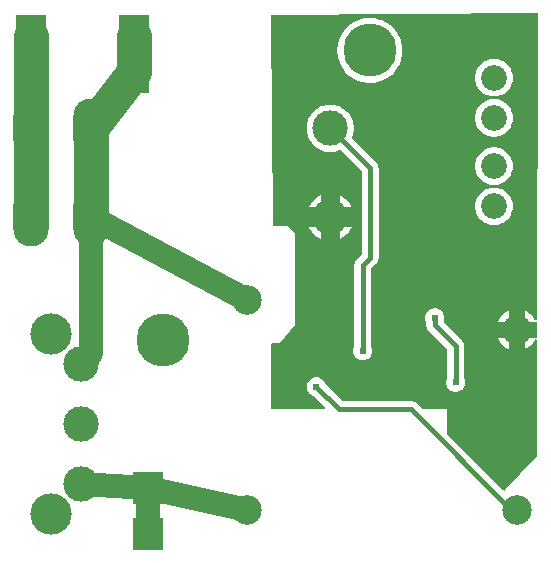
<source format=gbl>
G04 Layer: BottomLayer*
G04 EasyEDA v6.5.39, 2024-01-10 16:20:09*
G04 85b321e934e241e88075cb939218c85a,3d9c8b04885e45b7839bd8e85c0fd600,10*
G04 Gerber Generator version 0.2*
G04 Scale: 100 percent, Rotated: No, Reflected: No *
G04 Dimensions in millimeters *
G04 leading zeros omitted , absolute positions ,4 integer and 5 decimal *
%FSLAX45Y45*%
%MOMM*%

%AMMACRO1*4,1,4,-1.25,-1.325,-1.25,1.325,1.25,1.325,1.25,-1.325,-1.25,-1.325,0*%
%ADD10C,3.0000*%
%ADD11C,2.0000*%
%ADD12C,0.4000*%
%ADD13O,2.999994X4.9999899999999995*%
%ADD14C,2.5000*%
%ADD15C,3.5000*%
%ADD16MACRO1*%
%ADD17C,2.1800*%
%ADD18C,4.5000*%
%ADD19C,0.6096*%
%ADD20C,0.0111*%

%LPD*%
G36*
X4437735Y-676046D02*
G01*
X4433773Y-675284D01*
X4430420Y-673100D01*
X3952697Y-195326D01*
X3950462Y-192024D01*
X3949700Y-188163D01*
X3949700Y10109D01*
X3948684Y11125D01*
X3750411Y11125D01*
X3746550Y11887D01*
X3743248Y14071D01*
X3695039Y62280D01*
X3686352Y69748D01*
X3676904Y75488D01*
X3666693Y79756D01*
X3655923Y82296D01*
X3644493Y83210D01*
X3068726Y83210D01*
X3064814Y83972D01*
X3061512Y86207D01*
X2924556Y223164D01*
X2922270Y226720D01*
X2918104Y237591D01*
X2912313Y247853D01*
X2905099Y257251D01*
X2896616Y265430D01*
X2886964Y272338D01*
X2876448Y277723D01*
X2865272Y281533D01*
X2853639Y283667D01*
X2841853Y284124D01*
X2830068Y282803D01*
X2818638Y279857D01*
X2807766Y275234D01*
X2797708Y269036D01*
X2788615Y261467D01*
X2780690Y252679D01*
X2774188Y242824D01*
X2769158Y232105D01*
X2765755Y220827D01*
X2764028Y209092D01*
X2764028Y197307D01*
X2765755Y185572D01*
X2769158Y174294D01*
X2774188Y163576D01*
X2780690Y153720D01*
X2788615Y144881D01*
X2797708Y137363D01*
X2807766Y131165D01*
X2818638Y126542D01*
X2822600Y125171D01*
X2824734Y123545D01*
X2919831Y28448D01*
X2922016Y25146D01*
X2922778Y21285D01*
X2922016Y17373D01*
X2919831Y14071D01*
X2916529Y11887D01*
X2912618Y11125D01*
X2473960Y11125D01*
X2470048Y11887D01*
X2466797Y14071D01*
X2464562Y17373D01*
X2463800Y21285D01*
X2463800Y559765D01*
X2464562Y563626D01*
X2466797Y566928D01*
X2470048Y569163D01*
X2473960Y569925D01*
X2538780Y569925D01*
X2540660Y570687D01*
X2666339Y721563D01*
X2667000Y723087D01*
X2667000Y1496009D01*
X2666288Y1497736D01*
X2604211Y1559814D01*
X2602585Y1560525D01*
X2486355Y1563420D01*
X2482545Y1564284D01*
X2479344Y1566468D01*
X2477211Y1569720D01*
X2476449Y1573530D01*
X2463850Y3344214D01*
X2464612Y3348126D01*
X2466797Y3351428D01*
X2470099Y3353663D01*
X2473960Y3354425D01*
X4713935Y3367024D01*
X4717846Y3366262D01*
X4721148Y3364077D01*
X4723384Y3360775D01*
X4724146Y3356864D01*
X4724146Y3290366D01*
X4715662Y774496D01*
X4714646Y770178D01*
X4711954Y766724D01*
X4708042Y764692D01*
X4703673Y764540D01*
X4699609Y766216D01*
X4696663Y769518D01*
X4691075Y779322D01*
X4680610Y794054D01*
X4668672Y807618D01*
X4655413Y819912D01*
X4640986Y830732D01*
X4625492Y840028D01*
X4611827Y846429D01*
X4611827Y753973D01*
X4705400Y753973D01*
X4709261Y753211D01*
X4712563Y750976D01*
X4714798Y747674D01*
X4715560Y743762D01*
X4715154Y626414D01*
X4714341Y622503D01*
X4712157Y619252D01*
X4708855Y617067D01*
X4704994Y616254D01*
X4611827Y616254D01*
X4611827Y523849D01*
X4625492Y530199D01*
X4640986Y539496D01*
X4655413Y550367D01*
X4668672Y562610D01*
X4680610Y576224D01*
X4691075Y590956D01*
X4696053Y599643D01*
X4699000Y602945D01*
X4703064Y604672D01*
X4707483Y604469D01*
X4711395Y602437D01*
X4714087Y598932D01*
X4715052Y594614D01*
X4711700Y-388061D01*
X4710988Y-391820D01*
X4708906Y-395020D01*
X4444949Y-672896D01*
X4441647Y-675182D01*
G37*

%LPC*%
G36*
X4022953Y160375D02*
G01*
X4034739Y160832D01*
X4046372Y162966D01*
X4057548Y166776D01*
X4068064Y172161D01*
X4077715Y179070D01*
X4086199Y187248D01*
X4093413Y196596D01*
X4099204Y206908D01*
X4103420Y217982D01*
X4106011Y229514D01*
X4106875Y241300D01*
X4106011Y253085D01*
X4103420Y264617D01*
X4099204Y275691D01*
X4096765Y280720D01*
X4096410Y283311D01*
X4096410Y545693D01*
X4095546Y557123D01*
X4092956Y567893D01*
X4088688Y578104D01*
X4082948Y587552D01*
X4075480Y596239D01*
X3925315Y746404D01*
X3923182Y749604D01*
X3922369Y753414D01*
X3923029Y757224D01*
X3925620Y764082D01*
X3928211Y775614D01*
X3929075Y787400D01*
X3928211Y799185D01*
X3925620Y810717D01*
X3921404Y821791D01*
X3915613Y832053D01*
X3908399Y841451D01*
X3899915Y849630D01*
X3890264Y856538D01*
X3879748Y861923D01*
X3868572Y865733D01*
X3856939Y867867D01*
X3845153Y868324D01*
X3833368Y867003D01*
X3821937Y864057D01*
X3811066Y859434D01*
X3801008Y853236D01*
X3791915Y845667D01*
X3783990Y836879D01*
X3777487Y827024D01*
X3772458Y816305D01*
X3769055Y805027D01*
X3767328Y793292D01*
X3767328Y781507D01*
X3769055Y769772D01*
X3772458Y758494D01*
X3776624Y749604D01*
X3777589Y745286D01*
X3777589Y724306D01*
X3778504Y712876D01*
X3781044Y702106D01*
X3785311Y691896D01*
X3791051Y682447D01*
X3798519Y673760D01*
X3952392Y519887D01*
X3954627Y516585D01*
X3955389Y512673D01*
X3955389Y283413D01*
X3954424Y279095D01*
X3950258Y270205D01*
X3946855Y258927D01*
X3945128Y247192D01*
X3945128Y235407D01*
X3946855Y223672D01*
X3950258Y212394D01*
X3955287Y201676D01*
X3961790Y191820D01*
X3969715Y182981D01*
X3978808Y175463D01*
X3988866Y169265D01*
X3999737Y164642D01*
X4011168Y161696D01*
G37*
G36*
X3235553Y427075D02*
G01*
X3247339Y427532D01*
X3258972Y429666D01*
X3270148Y433476D01*
X3280664Y438861D01*
X3290315Y445770D01*
X3298799Y453948D01*
X3306013Y463296D01*
X3311804Y473608D01*
X3316020Y484682D01*
X3318611Y496214D01*
X3319475Y508000D01*
X3318611Y519785D01*
X3316020Y531317D01*
X3311804Y542391D01*
X3309365Y547420D01*
X3309010Y550011D01*
X3309010Y1198473D01*
X3309772Y1202385D01*
X3312007Y1205687D01*
X3351580Y1245260D01*
X3359048Y1253947D01*
X3364788Y1263396D01*
X3369056Y1273606D01*
X3371646Y1284376D01*
X3372510Y1295806D01*
X3372510Y2052167D01*
X3371646Y2063597D01*
X3369056Y2074367D01*
X3364788Y2084578D01*
X3359048Y2094026D01*
X3351580Y2102713D01*
X3151225Y2303068D01*
X3149092Y2306218D01*
X3148279Y2309926D01*
X3148838Y2313686D01*
X3155645Y2332736D01*
X3160420Y2351786D01*
X3163316Y2371242D01*
X3164281Y2390902D01*
X3163316Y2410561D01*
X3160420Y2430018D01*
X3155645Y2449118D01*
X3149041Y2467660D01*
X3140608Y2485440D01*
X3130499Y2502306D01*
X3118764Y2518105D01*
X3105556Y2532684D01*
X3090976Y2545892D01*
X3075178Y2557627D01*
X3058312Y2567736D01*
X3040532Y2576169D01*
X3021990Y2582773D01*
X3002889Y2587599D01*
X2983433Y2590444D01*
X2963773Y2591409D01*
X2944114Y2590444D01*
X2924657Y2587599D01*
X2905556Y2582773D01*
X2887065Y2576169D01*
X2869285Y2567736D01*
X2852369Y2557627D01*
X2836570Y2545892D01*
X2821990Y2532684D01*
X2808782Y2518105D01*
X2797048Y2502306D01*
X2786938Y2485440D01*
X2778556Y2467660D01*
X2771902Y2449118D01*
X2767126Y2430018D01*
X2764231Y2410561D01*
X2763266Y2390902D01*
X2764231Y2371242D01*
X2767126Y2351786D01*
X2771902Y2332736D01*
X2778556Y2314194D01*
X2786938Y2296414D01*
X2797048Y2279548D01*
X2808782Y2263698D01*
X2821990Y2249119D01*
X2836570Y2235911D01*
X2852369Y2224227D01*
X2869285Y2214067D01*
X2887065Y2205685D01*
X2905556Y2199030D01*
X2924657Y2194255D01*
X2944114Y2191359D01*
X2963773Y2190394D01*
X2983433Y2191359D01*
X3002889Y2194255D01*
X3021990Y2199030D01*
X3040837Y2205786D01*
X3044596Y2206396D01*
X3048304Y2205532D01*
X3051454Y2203399D01*
X3228492Y2026361D01*
X3230727Y2023059D01*
X3231489Y2019147D01*
X3231489Y1328826D01*
X3230727Y1324914D01*
X3228492Y1321612D01*
X3188919Y1282039D01*
X3181451Y1273352D01*
X3175711Y1263904D01*
X3171444Y1253693D01*
X3168904Y1242923D01*
X3167989Y1231493D01*
X3167989Y550113D01*
X3167024Y545795D01*
X3162858Y536905D01*
X3159455Y525627D01*
X3157728Y513892D01*
X3157728Y502107D01*
X3159455Y490372D01*
X3162858Y479094D01*
X3167888Y468376D01*
X3174390Y458520D01*
X3182315Y449681D01*
X3191408Y442163D01*
X3201466Y435965D01*
X3212338Y431342D01*
X3223768Y428396D01*
G37*
G36*
X4474159Y523900D02*
G01*
X4474159Y616254D01*
X4381652Y616254D01*
X4382160Y614832D01*
X4390237Y598678D01*
X4399940Y583438D01*
X4411167Y569264D01*
X4423765Y556310D01*
X4437634Y544728D01*
X4452670Y534670D01*
X4468622Y526186D01*
G37*
G36*
X4381652Y753973D02*
G01*
X4474159Y753973D01*
X4474159Y846328D01*
X4468622Y844092D01*
X4452670Y835609D01*
X4437634Y825500D01*
X4423765Y813917D01*
X4411167Y800963D01*
X4399940Y786841D01*
X4390237Y771550D01*
X4382160Y755396D01*
G37*
G36*
X3045155Y1456029D02*
G01*
X3058312Y1462227D01*
X3075178Y1472387D01*
X3090976Y1484071D01*
X3105556Y1497279D01*
X3118764Y1511858D01*
X3130499Y1527708D01*
X3140608Y1544574D01*
X3146856Y1557731D01*
X3045155Y1557731D01*
G37*
G36*
X2882442Y1456029D02*
G01*
X2882442Y1557731D01*
X2780741Y1557731D01*
X2786938Y1544574D01*
X2797048Y1527708D01*
X2808782Y1511858D01*
X2821990Y1497279D01*
X2836570Y1484071D01*
X2852369Y1472387D01*
X2869285Y1462227D01*
G37*
G36*
X4350004Y1570431D02*
G01*
X4367225Y1571345D01*
X4384294Y1574139D01*
X4400956Y1578762D01*
X4416958Y1585163D01*
X4432249Y1593240D01*
X4446524Y1602943D01*
X4459681Y1614119D01*
X4471568Y1626666D01*
X4482033Y1640382D01*
X4490923Y1655216D01*
X4498187Y1670862D01*
X4503674Y1687271D01*
X4507433Y1704136D01*
X4509262Y1721307D01*
X4509262Y1738579D01*
X4507433Y1755749D01*
X4503674Y1772615D01*
X4498187Y1788972D01*
X4490923Y1804619D01*
X4482033Y1819452D01*
X4471568Y1833168D01*
X4459681Y1845716D01*
X4446524Y1856892D01*
X4432249Y1866595D01*
X4416958Y1874672D01*
X4400956Y1881073D01*
X4384294Y1885696D01*
X4367225Y1888489D01*
X4350004Y1889404D01*
X4332782Y1888489D01*
X4315714Y1885696D01*
X4299051Y1881073D01*
X4283049Y1874672D01*
X4267758Y1866595D01*
X4253484Y1856892D01*
X4240326Y1845716D01*
X4228439Y1833168D01*
X4217974Y1819452D01*
X4209084Y1804619D01*
X4201820Y1788972D01*
X4196334Y1772615D01*
X4192574Y1755749D01*
X4190746Y1738579D01*
X4190746Y1721307D01*
X4192574Y1704136D01*
X4196334Y1687271D01*
X4201820Y1670862D01*
X4209084Y1655216D01*
X4217974Y1640382D01*
X4228439Y1626666D01*
X4240326Y1614119D01*
X4253484Y1602943D01*
X4267758Y1593240D01*
X4283049Y1585163D01*
X4299051Y1578762D01*
X4315714Y1574139D01*
X4332782Y1571345D01*
G37*
G36*
X3045155Y1720443D02*
G01*
X3146856Y1720443D01*
X3140608Y1733600D01*
X3130499Y1750466D01*
X3118764Y1766265D01*
X3105556Y1780844D01*
X3090976Y1794052D01*
X3075178Y1805787D01*
X3058312Y1815896D01*
X3045155Y1822145D01*
G37*
G36*
X2780741Y1720443D02*
G01*
X2882442Y1720443D01*
X2882442Y1822145D01*
X2869285Y1815896D01*
X2852369Y1805787D01*
X2836570Y1794052D01*
X2821990Y1780844D01*
X2808782Y1766265D01*
X2797048Y1750466D01*
X2786938Y1733600D01*
G37*
G36*
X4350004Y1910435D02*
G01*
X4367225Y1911350D01*
X4384294Y1914143D01*
X4400956Y1918766D01*
X4416958Y1925167D01*
X4432249Y1933244D01*
X4446524Y1942947D01*
X4459681Y1954123D01*
X4471568Y1966671D01*
X4482033Y1980387D01*
X4490923Y1995220D01*
X4498187Y2010867D01*
X4503674Y2027224D01*
X4507433Y2044090D01*
X4509262Y2061260D01*
X4509262Y2078532D01*
X4507433Y2095703D01*
X4503674Y2112568D01*
X4498187Y2128977D01*
X4490923Y2144623D01*
X4482033Y2159457D01*
X4471568Y2173173D01*
X4459681Y2185720D01*
X4446524Y2196896D01*
X4432249Y2206599D01*
X4416958Y2214676D01*
X4400956Y2221077D01*
X4384294Y2225700D01*
X4367225Y2228494D01*
X4350004Y2229408D01*
X4332782Y2228494D01*
X4315714Y2225700D01*
X4299051Y2221077D01*
X4283049Y2214676D01*
X4267758Y2206599D01*
X4253484Y2196896D01*
X4240326Y2185720D01*
X4228439Y2173173D01*
X4217974Y2159457D01*
X4209084Y2144623D01*
X4201820Y2128977D01*
X4196334Y2112568D01*
X4192574Y2095703D01*
X4190746Y2078532D01*
X4190746Y2061260D01*
X4192574Y2044090D01*
X4196334Y2027224D01*
X4201820Y2010867D01*
X4209084Y1995220D01*
X4217974Y1980387D01*
X4228439Y1966671D01*
X4240326Y1954123D01*
X4253484Y1942947D01*
X4267758Y1933244D01*
X4283049Y1925167D01*
X4299051Y1918766D01*
X4315714Y1914143D01*
X4332782Y1911350D01*
G37*
G36*
X4350004Y2320493D02*
G01*
X4367225Y2321407D01*
X4384294Y2324201D01*
X4400956Y2328824D01*
X4416958Y2335225D01*
X4432249Y2343302D01*
X4446524Y2353005D01*
X4459681Y2364181D01*
X4471568Y2376728D01*
X4482033Y2390444D01*
X4490923Y2405278D01*
X4498187Y2420924D01*
X4503674Y2437333D01*
X4507433Y2454198D01*
X4509262Y2471369D01*
X4509262Y2488641D01*
X4507433Y2505811D01*
X4503674Y2522677D01*
X4498187Y2539034D01*
X4490923Y2554681D01*
X4482033Y2569514D01*
X4471568Y2583230D01*
X4459681Y2595778D01*
X4446524Y2606954D01*
X4432249Y2616657D01*
X4416958Y2624734D01*
X4400956Y2631135D01*
X4384294Y2635758D01*
X4367225Y2638552D01*
X4350004Y2639466D01*
X4332782Y2638552D01*
X4315714Y2635758D01*
X4299051Y2631135D01*
X4283049Y2624734D01*
X4267758Y2616657D01*
X4253484Y2606954D01*
X4240326Y2595778D01*
X4228439Y2583230D01*
X4217974Y2569514D01*
X4209084Y2554681D01*
X4201820Y2539034D01*
X4196334Y2522677D01*
X4192574Y2505811D01*
X4190746Y2488641D01*
X4190746Y2471369D01*
X4192574Y2454198D01*
X4196334Y2437333D01*
X4201820Y2420924D01*
X4209084Y2405278D01*
X4217974Y2390444D01*
X4228439Y2376728D01*
X4240326Y2364181D01*
X4253484Y2353005D01*
X4267758Y2343302D01*
X4283049Y2335225D01*
X4299051Y2328824D01*
X4315714Y2324201D01*
X4332782Y2321407D01*
G37*
G36*
X4350004Y2660497D02*
G01*
X4367225Y2661412D01*
X4384294Y2664206D01*
X4400956Y2668828D01*
X4416958Y2675229D01*
X4432249Y2683306D01*
X4446524Y2693009D01*
X4459681Y2704185D01*
X4471568Y2716733D01*
X4482033Y2730449D01*
X4490923Y2745282D01*
X4498187Y2760929D01*
X4503674Y2777286D01*
X4507433Y2794152D01*
X4509262Y2811322D01*
X4509262Y2828594D01*
X4507433Y2845765D01*
X4503674Y2862630D01*
X4498187Y2879039D01*
X4490923Y2894685D01*
X4482033Y2909519D01*
X4471568Y2923235D01*
X4459681Y2935782D01*
X4446524Y2946958D01*
X4432249Y2956661D01*
X4416958Y2964738D01*
X4400956Y2971139D01*
X4384294Y2975762D01*
X4367225Y2978556D01*
X4350004Y2979470D01*
X4332782Y2978556D01*
X4315714Y2975762D01*
X4299051Y2971139D01*
X4283049Y2964738D01*
X4267758Y2956661D01*
X4253484Y2946958D01*
X4240326Y2935782D01*
X4228439Y2923235D01*
X4217974Y2909519D01*
X4209084Y2894685D01*
X4201820Y2879039D01*
X4196334Y2862630D01*
X4192574Y2845765D01*
X4190746Y2828594D01*
X4190746Y2811322D01*
X4192574Y2794152D01*
X4196334Y2777286D01*
X4201820Y2760929D01*
X4209084Y2745282D01*
X4217974Y2730449D01*
X4228439Y2716733D01*
X4240326Y2704185D01*
X4253484Y2693009D01*
X4267758Y2683306D01*
X4283049Y2675229D01*
X4299051Y2668828D01*
X4315714Y2664206D01*
X4332782Y2661412D01*
G37*
G36*
X3294176Y2774543D02*
G01*
X3317240Y2775051D01*
X3340201Y2777439D01*
X3362858Y2781757D01*
X3385108Y2787954D01*
X3406749Y2796032D01*
X3427628Y2805836D01*
X3447592Y2817368D01*
X3466541Y2830525D01*
X3484321Y2845257D01*
X3500780Y2861411D01*
X3515868Y2878836D01*
X3529431Y2897530D01*
X3541369Y2917240D01*
X3551631Y2937916D01*
X3560165Y2959404D01*
X3566820Y2981452D01*
X3571595Y3004058D01*
X3574491Y3026918D01*
X3575456Y3049981D01*
X3574491Y3073044D01*
X3571595Y3095955D01*
X3566820Y3118510D01*
X3560165Y3140608D01*
X3551631Y3162046D01*
X3541369Y3182721D01*
X3529431Y3202482D01*
X3515868Y3221126D01*
X3500780Y3238601D01*
X3484321Y3254756D01*
X3466541Y3269437D01*
X3447592Y3282594D01*
X3427628Y3294176D01*
X3406749Y3303981D01*
X3385108Y3312007D01*
X3362858Y3318205D01*
X3340201Y3322574D01*
X3317240Y3324961D01*
X3294176Y3325469D01*
X3271164Y3323996D01*
X3248355Y3320643D01*
X3225850Y3315360D01*
X3203905Y3308248D01*
X3182670Y3299307D01*
X3162198Y3288588D01*
X3142742Y3276244D01*
X3124352Y3262274D01*
X3107182Y3246831D01*
X3091383Y3230016D01*
X3077057Y3211931D01*
X3064306Y3192729D01*
X3053181Y3172510D01*
X3043783Y3151428D01*
X3036214Y3129635D01*
X3030474Y3107283D01*
X3026613Y3084525D01*
X3024682Y3061512D01*
X3024682Y3038449D01*
X3026613Y3015488D01*
X3030474Y2992729D01*
X3036214Y2970377D01*
X3043783Y2948584D01*
X3053181Y2927502D01*
X3064306Y2907284D01*
X3077057Y2888030D01*
X3091383Y2869946D01*
X3107182Y2853131D01*
X3124352Y2837688D01*
X3142742Y2823768D01*
X3162198Y2811373D01*
X3182670Y2800705D01*
X3203905Y2791764D01*
X3225850Y2784652D01*
X3248355Y2779369D01*
X3271164Y2776016D01*
G37*

%LPD*%
D10*
X1300007Y2869996D02*
G01*
X1300007Y3169996D01*
X429999Y2869986D02*
G01*
X429999Y3169986D01*
X934313Y2390927D02*
G01*
X1300007Y2869996D01*
X934313Y1639087D02*
G01*
X934313Y2390927D01*
X428853Y2390927D02*
G01*
X429999Y2869986D01*
X428853Y1639087D02*
G01*
X428853Y2390927D01*
D11*
X934212Y1639062D02*
G01*
X934212Y476250D01*
X853947Y395986D01*
D12*
X4025900Y241300D02*
G01*
X4025900Y546100D01*
X3848100Y723900D01*
X3848100Y787400D01*
X4543043Y-838962D02*
G01*
X4496561Y-838962D01*
X3644900Y12700D01*
X3035300Y12700D01*
X2844800Y203200D01*
D11*
X934321Y1639079D02*
G01*
X934321Y1639079D01*
X2257000Y938999D01*
D12*
X3302000Y1803400D02*
G01*
X3302000Y2052573D01*
X2963672Y2390902D01*
X3238500Y508000D02*
G01*
X3238500Y1231900D01*
X3302000Y1295400D01*
X3302000Y1803400D01*
D11*
X2257000Y-839000D02*
G01*
X2256993Y-839012D01*
X1422400Y-650900D01*
X854024Y-620013D02*
G01*
X1422400Y-650900D01*
X1422400Y-1050899D02*
G01*
X1422400Y-650900D01*
D13*
G01*
X934313Y2390927D03*
G01*
X428853Y2390927D03*
G01*
X428853Y1639087D03*
G01*
X934313Y1639087D03*
D10*
G01*
X2963773Y1639087D03*
G01*
X2963773Y2390927D03*
D14*
G01*
X2256993Y-839012D03*
G01*
X2256993Y938987D03*
G01*
X4542993Y-839012D03*
G01*
X4542993Y684987D03*
D10*
G01*
X854024Y-620013D03*
G01*
X854024Y-112013D03*
G01*
X854024Y395986D03*
D15*
G01*
X600024Y-874013D03*
G01*
X600024Y649986D03*
D16*
G01*
X1299971Y3212572D03*
G01*
X1299971Y2827572D03*
G01*
X1422400Y-658387D03*
G01*
X1422400Y-1043387D03*
G01*
X430021Y3212572D03*
G01*
X430021Y2827572D03*
D17*
G01*
X4350004Y1729917D03*
G01*
X4350004Y2069922D03*
G01*
X4350004Y2479979D03*
G01*
X4350004Y2819984D03*
D18*
G01*
X3299993Y3050006D03*
G01*
X1550009Y599998D03*
D19*
G01*
X3848100Y787400D03*
G01*
X4025900Y241300D03*
G01*
X3238500Y508000D03*
G01*
X2844800Y203200D03*
M02*

</source>
